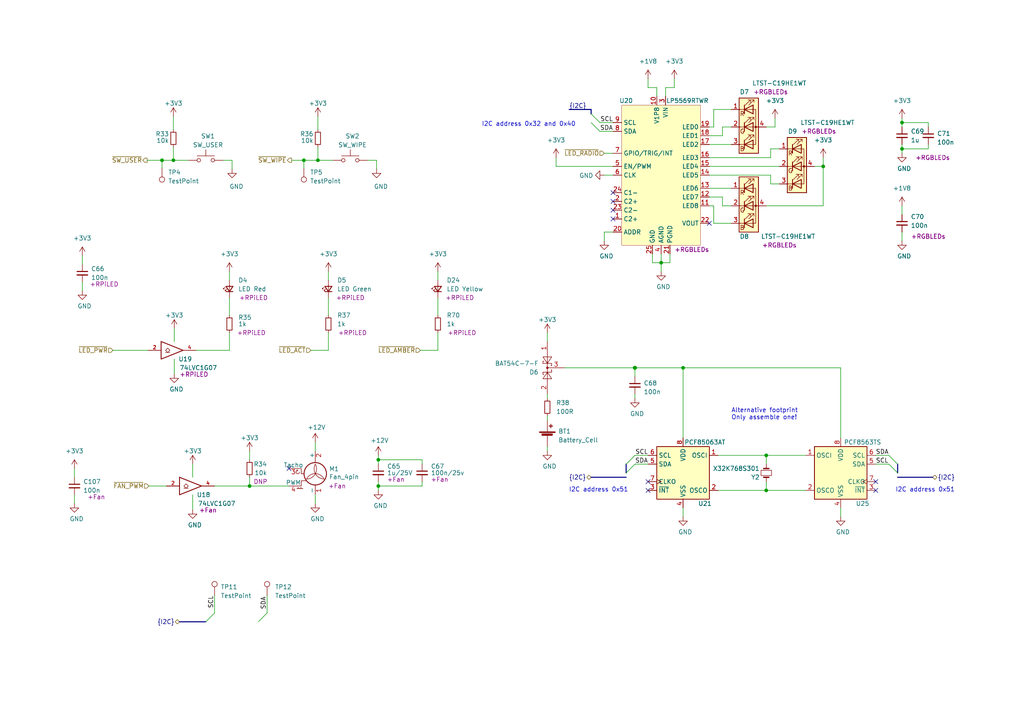
<source format=kicad_sch>
(kicad_sch (version 20210621) (generator eeschema)
  (paper "A4")
  (title_block (title "Control/RTC") (date "2021-01-12") (rev "0.1") (company "Nabu Casa") (comment 1 "www.nabucasa.com") (comment 2 "Amber"))
  (lib_symbols
    (symbol "74xGxx:74LVC1G07" (pin_names (offset 1.016))
      (property "Reference" "U" (at -2.54 3.81 0))
      (property "Value" "74LVC1G07" (at 0 -3.81 0))
      (symbol "74LVC1G07_0_1"
        (polyline (pts (xy -2.54 -0.635) (xy -1.27 -0.635)))
        (polyline (pts (xy -3.81 2.54) (xy -3.81 -2.54) (xy 2.54 0) (xy -3.81 2.54)) (stroke (width 0.254)))
        (polyline (pts (xy -1.905 0.635) (xy -2.54 0) (xy -1.905 -0.635) (xy -1.27 0) (xy -1.905 0.635)))
      )
      (symbol "74LVC1G07_1_1"
        (pin input line (at -7.62 0 0) (length 3.81) (name "~") (number "2"))
        (pin power_in line (at 0 -2.54 270) (length 0) hide (name "GND") (number "3"))
        (pin open_collector line (at 6.35 0 180) (length 3.81) (name "~") (number "4"))
        (pin power_in line (at 0 2.54 90) (length 0) hide (name "VCC") (number "5"))
      )
    )
    (symbol "Connector:TestPoint" (pin_numbers hide) (pin_names (offset 0.762) hide)
      (property "Reference" "TP" (at 0 6.858 0))
      (property "Value" "TestPoint" (at 0 5.08 0))
      (symbol "TestPoint_0_1"
        (circle (center 0 3.302) (radius 0.762))
      )
      (symbol "TestPoint_1_1"
        (pin passive line (at 0 0 90) (length 2.54) (name "1") (number "1"))
      )
    )
    (symbol "Device:Battery_Cell" (pin_numbers hide) (pin_names (offset 0) hide)
      (property "Reference" "BT" (at 2.54 2.54 0))
      (property "Value" "Battery_Cell" (at 2.54 0 0))
      (symbol "Battery_Cell_0_1"
        (rectangle (start -2.286 1.778) (end 2.286 1.524) (fill (type outline)))
        (rectangle (start -1.5748 1.1938) (end 1.4732 0.6858) (fill (type outline)))
        (polyline (pts (xy 0 0.762) (xy 0 0)))
        (polyline (pts (xy 0 1.778) (xy 0 2.54)))
        (polyline (pts (xy 0.508 3.429) (xy 1.524 3.429)) (stroke (width 0.254)))
        (polyline (pts (xy 1.016 3.937) (xy 1.016 2.921)) (stroke (width 0.254)))
      )
      (symbol "Battery_Cell_1_1"
        (pin passive line (at 0 5.08 270) (length 2.54) (name "+") (number "1"))
        (pin passive line (at 0 -2.54 90) (length 2.54) (name "-") (number "2"))
      )
    )
    (symbol "Device:C_Small" (pin_numbers hide) (pin_names (offset 0.254) hide)
      (property "Reference" "C" (at 0.254 1.778 0))
      (property "Value" "C_Small" (at 0.254 -2.032 0))
      (symbol "C_Small_0_1"
        (polyline (pts (xy -1.524 -0.508) (xy 1.524 -0.508)) (stroke (width 0.3302)))
        (polyline (pts (xy -1.524 0.508) (xy 1.524 0.508)) (stroke (width 0.3048)))
      )
      (symbol "C_Small_1_1"
        (pin passive line (at 0 2.54 270) (length 2.032) (name "~") (number "1"))
        (pin passive line (at 0 -2.54 90) (length 2.032) (name "~") (number "2"))
      )
    )
    (symbol "Device:Crystal_Small" (pin_numbers hide) (pin_names (offset 1.016) hide)
      (property "Reference" "Y" (at 0 2.54 0))
      (property "Value" "Crystal_Small" (at 0 -2.54 0))
      (symbol "Crystal_Small_0_1"
        (rectangle (start -0.762 -1.524) (end 0.762 1.524))
        (polyline (pts (xy -1.27 -0.762) (xy -1.27 0.762)) (stroke (width 0.381)))
        (polyline (pts (xy 1.27 -0.762) (xy 1.27 0.762)) (stroke (width 0.381)))
      )
      (symbol "Crystal_Small_1_1"
        (pin passive line (at -2.54 0 0) (length 1.27) (name "1") (number "1"))
        (pin passive line (at 2.54 0 180) (length 1.27) (name "2") (number "2"))
      )
    )
    (symbol "Device:LED_RGBA" (pin_names (offset 0) hide)
      (property "Reference" "D" (at 0 9.398 0))
      (property "Value" "LED_RGBA" (at 0 -8.89 0))
      (symbol "LED_RGBA_0_0"
        (text "B" (at -1.905 -6.35 0) (effects (font (size 1.27 1.27))))
        (text "G" (at -1.905 -1.27 0) (effects (font (size 1.27 1.27))))
        (text "R" (at -1.905 3.81 0) (effects (font (size 1.27 1.27))))
      )
      (symbol "LED_RGBA_0_1"
        (circle (center 2.032 0) (radius 0.254) (fill (type outline)))
        (rectangle (start 1.27 -1.27) (end 1.27 1.27))
        (rectangle (start 1.27 1.27) (end 1.27 1.27))
        (rectangle (start 1.27 3.81) (end 1.27 6.35))
        (rectangle (start 1.27 6.35) (end 1.27 6.35))
        (rectangle (start 2.794 8.382) (end -2.794 -7.62) (stroke (width 0.254)) (fill (type background)))
        (polyline (pts (xy -1.27 -5.08) (xy -2.54 -5.08)))
        (polyline (pts (xy -1.27 -5.08) (xy 1.27 -5.08)))
        (polyline (pts (xy -1.27 -3.81) (xy -1.27 -6.35)) (stroke (width 0.254)))
        (polyline (pts (xy -1.27 0) (xy -2.54 0)))
        (polyline (pts (xy -1.27 1.27) (xy -1.27 -1.27)) (stroke (width 0.254)))
        (polyline (pts (xy -1.27 5.08) (xy -2.54 5.08)))
        (polyline (pts (xy -1.27 5.08) (xy 1.27 5.08)))
        (polyline (pts (xy -1.27 6.35) (xy -1.27 3.81)) (stroke (width 0.254)))
        (polyline (pts (xy 1.27 0) (xy -1.27 0)))
        (polyline (pts (xy 1.27 0) (xy 2.54 0)))
        (polyline (pts (xy -1.27 1.27) (xy -1.27 -1.27) (xy -1.27 -1.27)))
        (polyline (pts (xy -1.27 6.35) (xy -1.27 3.81) (xy -1.27 3.81)))
        (polyline (pts (xy 1.27 -5.08) (xy 2.032 -5.08) (xy 2.032 5.08) (xy 1.27 5.08)))
        (polyline (pts (xy 1.27 -3.81) (xy 1.27 -6.35) (xy -1.27 -5.08) (xy 1.27 -3.81)) (stroke (width 0.254)))
        (polyline (pts (xy 1.27 1.27) (xy 1.27 -1.27) (xy -1.27 0) (xy 1.27 1.27)) (stroke (width 0.254)))
        (polyline (pts (xy 1.27 6.35) (xy 1.27 3.81) (xy -1.27 5.08) (xy 1.27 6.35)) (stroke (width 0.254)))
        (polyline (pts (xy -1.016 -3.81) (xy 0.508 -2.286) (xy -0.254 -2.286) (xy 0.508 -2.286) (xy 0.508 -3.048)))
        (polyline (pts (xy -1.016 1.27) (xy 0.508 2.794) (xy -0.254 2.794) (xy 0.508 2.794) (xy 0.508 2.032)))
        (polyline (pts (xy -1.016 6.35) (xy 0.508 7.874) (xy -0.254 7.874) (xy 0.508 7.874) (xy 0.508 7.112)))
        (polyline (pts (xy 0 -3.81) (xy 1.524 -2.286) (xy 0.762 -2.286) (xy 1.524 -2.286) (xy 1.524 -3.048)))
        (polyline (pts (xy 0 1.27) (xy 1.524 2.794) (xy 0.762 2.794) (xy 1.524 2.794) (xy 1.524 2.032)))
        (polyline (pts (xy 0 6.35) (xy 1.524 7.874) (xy 0.762 7.874) (xy 1.524 7.874) (xy 1.524 7.112)))
      )
      (symbol "LED_RGBA_1_1"
        (pin passive line (at -5.08 5.08 0) (length 2.54) (name "RK") (number "1"))
        (pin passive line (at -5.08 0 0) (length 2.54) (name "GK") (number "2"))
        (pin passive line (at -5.08 -5.08 0) (length 2.54) (name "BK") (number "3"))
        (pin passive line (at 5.08 0 180) (length 2.54) (name "A") (number "4"))
      )
    )
    (symbol "Device:LED_Small" (pin_numbers hide) (pin_names (offset 0.254) hide)
      (property "Reference" "D" (at -1.27 3.175 0))
      (property "Value" "LED_Small" (at -4.445 -2.54 0))
      (symbol "LED_Small_0_1"
        (polyline (pts (xy -0.762 -1.016) (xy -0.762 1.016)) (stroke (width 0.254)))
        (polyline (pts (xy 1.016 0) (xy -0.762 0)))
        (polyline (pts (xy 0.762 -1.016) (xy -0.762 0) (xy 0.762 1.016) (xy 0.762 -1.016)) (stroke (width 0.254)))
        (polyline (pts (xy 0 0.762) (xy -0.508 1.27) (xy -0.254 1.27) (xy -0.508 1.27) (xy -0.508 1.016)))
        (polyline (pts (xy 0.508 1.27) (xy 0 1.778) (xy 0.254 1.778) (xy 0 1.778) (xy 0 1.524)))
      )
      (symbol "LED_Small_1_1"
        (pin passive line (at -2.54 0 0) (length 1.778) (name "K") (number "1"))
        (pin passive line (at 2.54 0 180) (length 1.778) (name "A") (number "2"))
      )
    )
    (symbol "Device:R_Small" (pin_numbers hide) (pin_names (offset 0.254) hide)
      (property "Reference" "R" (at 0.762 0.508 0))
      (property "Value" "R_Small" (at 0.762 -1.016 0))
      (symbol "R_Small_0_1"
        (rectangle (start -0.762 1.778) (end 0.762 -1.778) (stroke (width 0.2032)))
      )
      (symbol "R_Small_1_1"
        (pin passive line (at 0 2.54 270) (length 0.762) (name "~") (number "1"))
        (pin passive line (at 0 -2.54 90) (length 0.762) (name "~") (number "2"))
      )
    )
    (symbol "Diode:BAT54C" (pin_names (offset 1.016))
      (property "Reference" "D" (at 0.635 -3.81 0))
      (property "Value" "BAT54C" (at -6.35 3.175 0))
      (symbol "BAT54C_0_1"
        (circle (center 0 0) (radius 0.254) (fill (type outline)))
        (polyline (pts (xy -1.905 0) (xy 1.905 0)))
        (polyline (pts (xy -1.905 1.27) (xy -1.905 1.016)))
        (polyline (pts (xy -1.27 -1.27) (xy -0.635 -1.27)))
        (polyline (pts (xy -1.27 0) (xy -3.81 0)))
        (polyline (pts (xy -1.27 1.27) (xy -1.905 1.27)))
        (polyline (pts (xy -1.27 1.27) (xy -1.27 -1.27)))
        (polyline (pts (xy -0.635 -1.27) (xy -0.635 -1.016)))
        (polyline (pts (xy 0.635 -1.27) (xy 0.635 -1.016)))
        (polyline (pts (xy 1.27 -1.27) (xy 0.635 -1.27)))
        (polyline (pts (xy 1.27 1.27) (xy 1.27 -1.27)))
        (polyline (pts (xy 1.27 1.27) (xy 1.905 1.27)))
        (polyline (pts (xy 1.905 1.27) (xy 1.905 1.016)))
        (polyline (pts (xy 3.81 0) (xy 1.27 0)))
        (polyline (pts (xy -3.175 -1.27) (xy -3.175 1.27) (xy -1.27 0) (xy -3.175 -1.27)))
        (polyline (pts (xy 3.175 -1.27) (xy 3.175 1.27) (xy 1.27 0) (xy 3.175 -1.27)))
      )
      (symbol "BAT54C_1_1"
        (pin passive line (at -7.62 0 0) (length 3.81) (name "~") (number "1"))
        (pin passive line (at 7.62 0 180) (length 3.81) (name "~") (number "2"))
        (pin passive line (at 0 -5.08 90) (length 5.08) (name "~") (number "3"))
      )
    )
    (symbol "Amber:LP5569"
      (property "Reference" "U" (at -10.16 21.59 0))
      (property "Value" "LP5569" (at 7.62 21.59 0))
      (symbol "LP5569_0_1"
        (rectangle (start -11.43 20.32) (end 11.43 -20.32) (stroke (width 0.0006)) (fill (type background)))
      )
      (symbol "LP5569_1_1"
        (pin input line (at -13.97 -12.7 0) (length 2.54) (name "C2+") (number "1"))
        (pin input line (at -1.27 22.86 270) (length 2.54) (name "V1P8") (number "10"))
        (pin output line (at 13.97 -8.89 180) (length 2.54) (name "LED8") (number "11"))
        (pin output line (at 13.97 -6.35 180) (length 2.54) (name "LED7") (number "12"))
        (pin output line (at 13.97 -3.81 180) (length 2.54) (name "LED6") (number "13"))
        (pin output line (at 13.97 0 180) (length 2.54) (name "LED5") (number "14"))
        (pin output line (at 13.97 2.54 180) (length 2.54) (name "LED4") (number "15"))
        (pin output line (at 13.97 5.08 180) (length 2.54) (name "LED3") (number "16"))
        (pin output line (at 13.97 8.89 180) (length 2.54) (name "LED2") (number "17"))
        (pin output line (at 13.97 11.43 180) (length 2.54) (name "LED1") (number "18"))
        (pin output line (at 13.97 13.97 180) (length 2.54) (name "LED0") (number "19"))
        (pin input line (at -13.97 -7.62 0) (length 2.54) (name "C2+") (number "2"))
        (pin input line (at -13.97 -16.51 0) (length 2.54) (name "ADDR") (number "20"))
        (pin input line (at 2.54 -22.86 90) (length 2.54) (name "PGND") (number "21"))
        (pin output line (at 13.97 -13.97 180) (length 2.54) (name "VOUT") (number "22"))
        (pin input line (at -13.97 -10.16 0) (length 2.54) (name "C2-") (number "23"))
        (pin input line (at -13.97 -5.08 0) (length 2.54) (name "C1-") (number "24"))
        (pin input line (at -2.54 -22.86 90) (length 2.54) (name "GND") (number "25"))
        (pin input line (at 1.27 22.86 270) (length 2.54) (name "VIN") (number "3"))
        (pin input line (at 0 -22.86 90) (length 2.54) (name "AGND") (number "4"))
        (pin input line (at -13.97 2.54 0) (length 2.54) (name "EN/PWM") (number "5"))
        (pin input line (at -13.97 0 0) (length 2.54) (name "CLK") (number "6"))
        (pin input line (at -13.97 6.35 0) (length 2.54) (name "GPIO/TRIG/INT") (number "7"))
        (pin bidirectional line (at -13.97 12.7 0) (length 2.54) (name "SDA") (number "8"))
        (pin input line (at -13.97 15.24 0) (length 2.54) (name "SCL") (number "9"))
      )
    )
    (symbol "Motor:Fan_4pin" (pin_names (offset 0))
      (property "Reference" "M" (at 2.54 5.08 0))
      (property "Value" "Fan_4pin" (at 2.54 -2.54 0))
      (symbol "Fan_4pin_0_0"
        (arc (start -5.588 1.524) (end -5.08 2.032) (radius (at -5.08 1.524) (length 0.508) (angles 180 90)))
        (arc (start -5.588 1.524) (end -4.572 1.524) (radius (at -5.08 1.524) (length 0.508) (angles -179.9 -0.1)))
        (polyline (pts (xy -5.08 2.032) (xy -5.334 2.159)))
        (polyline (pts (xy -5.08 2.032) (xy -5.207 1.778)))
        (polyline (pts (xy -4.064 2.54) (xy -4.064 1.016) (xy -3.302 1.016)))
      )
      (symbol "Fan_4pin_0_1"
        (arc (start 0 3.81) (end -2.54 -0.508) (radius (at -2.4892 2.3876) (length 2.8702) (angles 29.7 -91)))
        (arc (start -2.54 -0.508) (end 2.54 -0.508) (radius (at 0 -1.778) (length 2.8448) (angles 153.4 26.6)))
        (arc (start 2.54 -0.508) (end 0 3.81) (radius (at 2.6162 2.413) (length 2.921) (angles -91.5 151.9)))
        (circle (center 0 1.016) (radius 3.2512) (stroke (width 0.254)))
        (polyline (pts (xy -4.064 2.54) (xy -5.08 2.54)))
        (polyline (pts (xy 0 -5.08) (xy 0 -4.572)))
        (polyline (pts (xy 0 -2.2352) (xy 0 -2.6416)))
        (polyline (pts (xy 0 4.2672) (xy 0 4.6228)))
        (polyline (pts (xy 0 4.572) (xy 0 5.08)))
        (polyline (pts (xy -2.54 -1.016) (xy -4.064 -1.016) (xy -4.064 -2.54) (xy -5.08 -2.54)))
        (polyline (pts (xy -5.334 -3.302) (xy -5.08 -3.302) (xy -5.08 -3.048) (xy -4.826 -3.048) (xy -4.826 -3.302) (xy -4.318 -3.302) (xy -4.318 -3.048) (xy -4.064 -3.048) (xy -4.064 -3.302) (xy -3.556 -3.302)))
      )
      (symbol "Fan_4pin_1_1"
        (pin passive line (at 0 -5.08 90) (length 2.54) (name "-") (number "1"))
        (pin passive line (at 0 7.62 270) (length 2.54) (name "+") (number "2"))
        (pin passive line (at -7.62 2.54 0) (length 2.54) (name "Tacho") (number "3"))
        (pin input line (at -7.62 -2.54 0) (length 2.54) (name "PWM") (number "4"))
      )
    )
    (symbol "Switch:SW_Push" (pin_numbers hide) (pin_names (offset 1.016) hide)
      (property "Reference" "SW" (at 1.27 2.54 0))
      (property "Value" "SW_Push" (at 0 -1.524 0))
      (symbol "SW_Push_0_1"
        (circle (center -2.032 0) (radius 0.508))
        (circle (center 2.032 0) (radius 0.508))
        (polyline (pts (xy 0 1.27) (xy 0 3.048)))
        (polyline (pts (xy 2.54 1.27) (xy -2.54 1.27)))
        (pin passive line (at -5.08 0 0) (length 2.54) (name "1") (number "1"))
        (pin passive line (at 5.08 0 180) (length 2.54) (name "2") (number "2"))
      )
    )
    (symbol "Timer_RTC:PCF8563T"
      (property "Reference" "U" (at -7.62 8.89 0))
      (property "Value" "PCF8563T" (at 2.54 8.89 0))
      (symbol "PCF8563T_0_1"
        (rectangle (start -7.62 7.62) (end 7.62 -7.62) (stroke (width 0.254)) (fill (type background)))
      )
      (symbol "PCF8563T_1_1"
        (pin input line (at -10.16 5.08 0) (length 2.54) (name "OSCI") (number "1"))
        (pin output line (at -10.16 -5.08 0) (length 2.54) (name "OSCO") (number "2"))
        (pin output line (at 10.16 -5.08 180) (length 2.54) (name "~{INT}") (number "3"))
        (pin power_in line (at 0 -10.16 90) (length 2.54) (name "VSS") (number "4"))
        (pin bidirectional line (at 10.16 2.54 180) (length 2.54) (name "SDA") (number "5"))
        (pin input line (at 10.16 5.08 180) (length 2.54) (name "SCL") (number "6"))
        (pin output clock (at 10.16 -2.54 180) (length 2.54) (name "CLKO") (number "7"))
        (pin power_in line (at 0 10.16 270) (length 2.54) (name "VDD") (number "8"))
      )
    )
    (symbol "Timer_RTC:PCF8563TS"
      (property "Reference" "U" (at -7.62 8.89 0))
      (property "Value" "PCF8563TS" (at 2.54 8.89 0))
      (symbol "PCF8563TS_0_1"
        (rectangle (start -7.62 7.62) (end 7.62 -7.62) (stroke (width 0.254)) (fill (type background)))
      )
      (symbol "PCF8563TS_1_1"
        (pin input line (at -10.16 5.08 0) (length 2.54) (name "OSCI") (number "1"))
        (pin output line (at -10.16 -5.08 0) (length 2.54) (name "OSCO") (number "2"))
        (pin output line (at 10.16 -5.08 180) (length 2.54) (name "~{INT}") (number "3"))
        (pin power_in line (at 0 -10.16 90) (length 2.54) (name "VSS") (number "4"))
        (pin bidirectional line (at 10.16 2.54 180) (length 2.54) (name "SDA") (number "5"))
        (pin input line (at 10.16 5.08 180) (length 2.54) (name "SCL") (number "6"))
        (pin output clock (at 10.16 -2.54 180) (length 2.54) (name "CLKO") (number "7"))
        (pin power_in line (at 0 10.16 270) (length 2.54) (name "VDD") (number "8"))
      )
    )
    (symbol "power:+12V" (power) (pin_names (offset 0))
      (property "Value" "+12V" (at 0 3.556 0))
      (symbol "+12V_0_1"
        (polyline (pts (xy -0.762 1.27) (xy 0 2.54)))
        (polyline (pts (xy 0 0) (xy 0 2.54)))
        (polyline (pts (xy 0 2.54) (xy 0.762 1.27)))
      )
      (symbol "+12V_1_1"
        (pin power_in line (at 0 0 90) (length 0) hide (name "+12V") (number "1"))
      )
    )
    (symbol "power:+1V8" (power) (pin_names (offset 0))
      (property "Value" "+1V8" (at 0 3.556 0))
      (symbol "+1V8_0_1"
        (polyline (pts (xy -0.762 1.27) (xy 0 2.54)))
        (polyline (pts (xy 0 0) (xy 0 2.54)))
        (polyline (pts (xy 0 2.54) (xy 0.762 1.27)))
      )
      (symbol "+1V8_1_1"
        (pin power_in line (at 0 0 90) (length 0) hide (name "+1V8") (number "1"))
      )
    )
    (symbol "power:+3V3" (power) (pin_names (offset 0))
      (property "Value" "+3V3" (at 0 3.556 0))
      (symbol "+3V3_0_1"
        (polyline (pts (xy -0.762 1.27) (xy 0 2.54)))
        (polyline (pts (xy 0 0) (xy 0 2.54)))
        (polyline (pts (xy 0 2.54) (xy 0.762 1.27)))
      )
      (symbol "+3V3_1_1"
        (pin power_in line (at 0 0 90) (length 0) hide (name "+3V3") (number "1"))
      )
    )
    (symbol "power:GND" (power) (pin_names (offset 0))
      (property "Value" "GND" (at 0 -3.81 0))
      (symbol "GND_0_1"
        (polyline (pts (xy 0 0) (xy 0 -1.27) (xy 1.27 -1.27) (xy 0 -2.54) (xy -1.27 -1.27) (xy 0 -1.27)))
      )
      (symbol "GND_1_1"
        (pin power_in line (at 0 0 270) (length 0) hide (name "GND") (number "1"))
      )
    )
  )
  (junction (at 46.99 46.482) (diameter 0.9144))
  (junction (at 50.292 46.482) (diameter 0.9144))
  (junction (at 72.39 140.97) (diameter 0.9144))
  (junction (at 88.138 46.482) (diameter 0.9144))
  (junction (at 92.202 46.482) (diameter 0.9144))
  (junction (at 109.728 133.35) (diameter 0.9144))
  (junction (at 109.728 140.97) (diameter 0.9144))
  (junction (at 184.15 106.68) (diameter 1.016))
  (junction (at 191.77 76.2) (diameter 0.9144))
  (junction (at 198.12 106.68) (diameter 0.9144))
  (junction (at 222.25 132.08) (diameter 0.9144))
  (junction (at 222.25 142.24) (diameter 0.9144))
  (junction (at 238.76 48.26) (diameter 0.9144))
  (junction (at 261.62 35.56) (diameter 0.9144))
  (junction (at 261.62 43.18) (diameter 0.9144))
  (no_connect (at 83.82 135.89))
  (no_connect (at 177.8 55.88))
  (no_connect (at 177.8 58.42))
  (no_connect (at 177.8 60.96))
  (no_connect (at 177.8 63.5))
  (no_connect (at 187.96 139.7))
  (no_connect (at 187.96 142.24))
  (no_connect (at 205.74 64.77))
  (no_connect (at 254 139.7))
  (no_connect (at 254 142.24))
  (bus_entry (at 59.69 180.34) (size 2.54 -2.54) (stroke (width 0.1524)))
  (bus_entry (at 74.93 180.34) (size 2.54 -2.54) (stroke (width 0.1524)))
  (bus_entry (at 171.45 33.02) (size 2.54 2.54) (stroke (width 0.1524)))
  (bus_entry (at 171.45 35.56) (size 2.54 2.54) (stroke (width 0.1524)))
  (bus_entry (at 181.61 134.62) (size 2.54 -2.54) (stroke (width 0.1524)))
  (bus_entry (at 181.61 137.16) (size 2.54 -2.54) (stroke (width 0.1524)))
  (bus_entry (at 260.35 134.62) (size -2.54 -2.54) (stroke (width 0.1524)))
  (bus_entry (at 260.35 137.16) (size -2.54 -2.54) (stroke (width 0.1524)))
  (wire (pts (xy 21.59 135.89) (xy 21.59 138.43)))
  (wire (pts (xy 21.59 143.51) (xy 21.59 146.05)))
  (wire (pts (xy 23.876 74.168) (xy 23.876 76.708)))
  (wire (pts (xy 23.876 81.788) (xy 23.876 84.328)))
  (wire (pts (xy 32.766 101.6) (xy 42.926 101.6)))
  (wire (pts (xy 42.672 46.482) (xy 46.99 46.482)))
  (wire (pts (xy 43.18 140.97) (xy 48.26 140.97)))
  (wire (pts (xy 46.99 46.482) (xy 46.99 48.768)))
  (wire (pts (xy 46.99 46.482) (xy 50.292 46.482)))
  (wire (pts (xy 50.292 37.592) (xy 50.292 33.782)))
  (wire (pts (xy 50.292 42.672) (xy 50.292 46.482)))
  (wire (pts (xy 50.292 46.482) (xy 54.61 46.482)))
  (wire (pts (xy 50.546 95.25) (xy 50.546 99.06)))
  (wire (pts (xy 50.546 104.14) (xy 50.546 108.458)))
  (wire (pts (xy 55.88 134.62) (xy 55.88 138.43)))
  (wire (pts (xy 55.88 143.51) (xy 55.88 147.828)))
  (wire (pts (xy 56.896 101.6) (xy 66.548 101.6)))
  (wire (pts (xy 62.23 140.97) (xy 72.39 140.97)))
  (wire (pts (xy 62.23 172.72) (xy 62.23 177.8)))
  (wire (pts (xy 64.77 46.482) (xy 67.31 46.482)))
  (wire (pts (xy 66.548 78.74) (xy 66.548 81.28)))
  (wire (pts (xy 66.548 86.36) (xy 66.548 91.44)))
  (wire (pts (xy 66.548 101.6) (xy 66.548 96.52)))
  (wire (pts (xy 67.31 46.482) (xy 67.31 49.022)))
  (wire (pts (xy 72.39 133.35) (xy 72.39 130.81)))
  (wire (pts (xy 72.39 138.43) (xy 72.39 140.97)))
  (wire (pts (xy 72.39 140.97) (xy 83.82 140.97)))
  (wire (pts (xy 77.47 172.72) (xy 77.47 177.8)))
  (wire (pts (xy 84.582 46.482) (xy 88.138 46.482)))
  (wire (pts (xy 88.138 46.482) (xy 88.138 48.768)))
  (wire (pts (xy 88.138 46.482) (xy 92.202 46.482)))
  (wire (pts (xy 90.17 101.6) (xy 95.25 101.6)))
  (wire (pts (xy 91.44 128.27) (xy 91.44 130.81)))
  (wire (pts (xy 91.44 143.51) (xy 91.44 146.05)))
  (wire (pts (xy 92.202 37.592) (xy 92.202 33.782)))
  (wire (pts (xy 92.202 42.672) (xy 92.202 46.482)))
  (wire (pts (xy 92.202 46.482) (xy 96.52 46.482)))
  (wire (pts (xy 95.25 78.74) (xy 95.25 81.28)))
  (wire (pts (xy 95.25 86.36) (xy 95.25 91.44)))
  (wire (pts (xy 95.25 96.52) (xy 95.25 101.6)))
  (wire (pts (xy 106.68 46.482) (xy 109.22 46.482)))
  (wire (pts (xy 109.22 46.482) (xy 109.22 49.022)))
  (wire (pts (xy 109.728 132.08) (xy 109.728 133.35)))
  (wire (pts (xy 109.728 133.35) (xy 109.728 134.62)))
  (wire (pts (xy 109.728 133.35) (xy 122.428 133.35)))
  (wire (pts (xy 109.728 139.7) (xy 109.728 140.97)))
  (wire (pts (xy 109.728 140.97) (xy 109.728 142.24)))
  (wire (pts (xy 109.728 140.97) (xy 122.428 140.97)))
  (wire (pts (xy 121.92 101.6) (xy 127 101.6)))
  (wire (pts (xy 122.428 134.62) (xy 122.428 133.35)))
  (wire (pts (xy 122.428 139.7) (xy 122.428 140.97)))
  (wire (pts (xy 127 78.74) (xy 127 81.28)))
  (wire (pts (xy 127 86.36) (xy 127 91.44)))
  (wire (pts (xy 127 96.52) (xy 127 101.6)))
  (wire (pts (xy 158.75 96.52) (xy 158.75 99.06)))
  (wire (pts (xy 158.75 114.3) (xy 158.75 115.57)))
  (wire (pts (xy 158.75 120.65) (xy 158.75 121.92)))
  (wire (pts (xy 158.75 129.54) (xy 158.75 130.81)))
  (wire (pts (xy 161.29 45.72) (xy 161.29 48.26)))
  (wire (pts (xy 161.29 48.26) (xy 177.8 48.26)))
  (wire (pts (xy 163.83 106.68) (xy 184.15 106.68)))
  (wire (pts (xy 175.26 44.45) (xy 177.8 44.45)))
  (wire (pts (xy 175.26 50.8) (xy 177.8 50.8)))
  (wire (pts (xy 175.26 67.31) (xy 177.8 67.31)))
  (wire (pts (xy 175.26 69.85) (xy 175.26 67.31)))
  (wire (pts (xy 177.8 35.56) (xy 173.99 35.56)))
  (wire (pts (xy 177.8 38.1) (xy 173.99 38.1)))
  (wire (pts (xy 184.15 106.68) (xy 184.15 109.22)))
  (wire (pts (xy 184.15 106.68) (xy 198.12 106.68)))
  (wire (pts (xy 184.15 114.3) (xy 184.15 115.57)))
  (wire (pts (xy 187.96 22.86) (xy 187.96 25.4)))
  (wire (pts (xy 187.96 25.4) (xy 190.5 25.4)))
  (wire (pts (xy 187.96 132.08) (xy 184.15 132.08)))
  (wire (pts (xy 187.96 134.62) (xy 184.15 134.62)))
  (wire (pts (xy 189.23 73.66) (xy 189.23 76.2)))
  (wire (pts (xy 189.23 76.2) (xy 191.77 76.2)))
  (wire (pts (xy 190.5 25.4) (xy 190.5 27.94)))
  (wire (pts (xy 191.77 73.66) (xy 191.77 76.2)))
  (wire (pts (xy 191.77 76.2) (xy 191.77 78.74)))
  (wire (pts (xy 191.77 76.2) (xy 194.31 76.2)))
  (wire (pts (xy 193.04 25.4) (xy 193.04 27.94)))
  (wire (pts (xy 194.31 76.2) (xy 194.31 73.66)))
  (wire (pts (xy 195.58 22.86) (xy 195.58 25.4)))
  (wire (pts (xy 195.58 25.4) (xy 193.04 25.4)))
  (wire (pts (xy 198.12 106.68) (xy 198.12 127)))
  (wire (pts (xy 198.12 147.32) (xy 198.12 149.86)))
  (wire (pts (xy 205.74 36.83) (xy 207.01 36.83)))
  (wire (pts (xy 205.74 39.37) (xy 209.55 39.37)))
  (wire (pts (xy 205.74 41.91) (xy 212.09 41.91)))
  (wire (pts (xy 205.74 45.72) (xy 223.52 45.72)))
  (wire (pts (xy 205.74 48.26) (xy 226.06 48.26)))
  (wire (pts (xy 205.74 50.8) (xy 223.52 50.8)))
  (wire (pts (xy 205.74 54.61) (xy 212.09 54.61)))
  (wire (pts (xy 205.74 57.15) (xy 209.55 57.15)))
  (wire (pts (xy 205.74 59.69) (xy 207.01 59.69)))
  (wire (pts (xy 207.01 31.75) (xy 212.09 31.75)))
  (wire (pts (xy 207.01 36.83) (xy 207.01 31.75)))
  (wire (pts (xy 207.01 59.69) (xy 207.01 64.77)))
  (wire (pts (xy 207.01 64.77) (xy 212.09 64.77)))
  (wire (pts (xy 208.28 132.08) (xy 222.25 132.08)))
  (wire (pts (xy 208.28 142.24) (xy 222.25 142.24)))
  (wire (pts (xy 209.55 36.83) (xy 212.09 36.83)))
  (wire (pts (xy 209.55 39.37) (xy 209.55 36.83)))
  (wire (pts (xy 209.55 57.15) (xy 209.55 59.69)))
  (wire (pts (xy 209.55 59.69) (xy 212.09 59.69)))
  (wire (pts (xy 222.25 36.83) (xy 224.79 36.83)))
  (wire (pts (xy 222.25 59.69) (xy 238.76 59.69)))
  (wire (pts (xy 222.25 132.08) (xy 233.68 132.08)))
  (wire (pts (xy 222.25 134.62) (xy 222.25 132.08)))
  (wire (pts (xy 222.25 139.7) (xy 222.25 142.24)))
  (wire (pts (xy 222.25 142.24) (xy 233.68 142.24)))
  (wire (pts (xy 223.52 43.18) (xy 226.06 43.18)))
  (wire (pts (xy 223.52 45.72) (xy 223.52 43.18)))
  (wire (pts (xy 223.52 50.8) (xy 223.52 53.34)))
  (wire (pts (xy 223.52 53.34) (xy 226.06 53.34)))
  (wire (pts (xy 224.79 34.29) (xy 224.79 36.83)))
  (wire (pts (xy 236.22 48.26) (xy 238.76 48.26)))
  (wire (pts (xy 238.76 48.26) (xy 238.76 45.72)))
  (wire (pts (xy 238.76 59.69) (xy 238.76 48.26)))
  (wire (pts (xy 243.84 106.68) (xy 198.12 106.68)))
  (wire (pts (xy 243.84 127) (xy 243.84 106.68)))
  (wire (pts (xy 243.84 147.32) (xy 243.84 149.86)))
  (wire (pts (xy 254 132.08) (xy 257.81 132.08)))
  (wire (pts (xy 254 134.62) (xy 257.81 134.62)))
  (wire (pts (xy 261.62 34.29) (xy 261.62 35.56)))
  (wire (pts (xy 261.62 35.56) (xy 261.62 36.83)))
  (wire (pts (xy 261.62 41.91) (xy 261.62 43.18)))
  (wire (pts (xy 261.62 43.18) (xy 261.62 44.45)))
  (wire (pts (xy 261.62 43.18) (xy 269.24 43.18)))
  (wire (pts (xy 261.62 59.69) (xy 261.62 62.23)))
  (wire (pts (xy 261.62 67.31) (xy 261.62 69.85)))
  (wire (pts (xy 269.24 35.56) (xy 261.62 35.56)))
  (wire (pts (xy 269.24 36.83) (xy 269.24 35.56)))
  (wire (pts (xy 269.24 41.91) (xy 269.24 43.18)))
  (bus (pts (xy 52.07 180.34) (xy 74.93 180.34)))
  (bus (pts (xy 165.1 31.75) (xy 171.45 31.75)))
  (bus (pts (xy 171.45 31.75) (xy 171.45 35.56)))
  (bus (pts (xy 181.61 134.62) (xy 181.61 138.43)))
  (bus (pts (xy 181.61 138.43) (xy 171.45 138.43)))
  (bus (pts (xy 260.35 134.62) (xy 260.35 138.43)))
  (bus (pts (xy 260.35 138.43) (xy 270.51 138.43)))
  (text "I2C address 0x32 and 0x40" (at 139.7 36.83 0) (effects (font (size 1.27 1.27)) (justify left bottom)))
  (text "I2C address 0x51" (at 182.245 142.875 180) (effects (font (size 1.27 1.27)) (justify right bottom)))
  (text "Alternative footprint\nOnly assemble one!" (at 212.09 121.92 0) (effects (font (size 1.27 1.27)) (justify left bottom)))
  (text "I2C address 0x51" (at 259.715 142.875 0) (effects (font (size 1.27 1.27)) (justify left bottom)))
  (label "SCL" (at 62.23 172.72 270))
  (label "SDA" (at 77.47 172.974 270))
  (label "{I2C}" (at 165.1 31.75 0))
  (label "SCL" (at 177.8 35.56 180))
  (label "SDA" (at 177.8 38.1 180))
  (label "SCL" (at 187.96 132.08 180))
  (label "SDA" (at 187.96 134.62 180))
  (label "SDA" (at 254 132.08 0))
  (label "SCL" (at 254 134.62 0))
  (hierarchical_label "~{LED_PWR}" (shape input) (at 32.766 101.6 180))
  (hierarchical_label "~{SW_USER}" (shape output) (at 42.672 46.482 180))
  (hierarchical_label "~{FAN_PWM}" (shape input) (at 43.18 140.97 180))
  (hierarchical_label "{I2C}" (shape bidirectional) (at 52.07 180.34 180))
  (hierarchical_label "~{SW_WIPE}" (shape output) (at 84.582 46.482 180))
  (hierarchical_label "~{LED_ACT}" (shape input) (at 90.17 101.6 180))
  (hierarchical_label "~{LED_AMBER}" (shape input) (at 121.92 101.6 180))
  (hierarchical_label "{I2C}" (shape bidirectional) (at 171.45 138.43 180))
  (hierarchical_label "~{LED_RADIO}" (shape input) (at 175.26 44.45 180))
  (hierarchical_label "{I2C}" (shape bidirectional) (at 270.51 138.43 0))
  (symbol (lib_id "power:+3V3") (at 21.59 135.89 0) (unit 1)
    (property "Reference" "#PWR027" (effects hide))
    (property "Value" "+3V3" (at 21.59 130.81 0))
  )
  (symbol (lib_id "power:+3V3") (at 23.876 74.168 0) (unit 1)
    (property "Reference" "#PWR0129" (effects hide))
    (property "Value" "+3V3" (at 23.876 69.088 0))
  )
  (symbol (lib_id "power:+3V3") (at 50.292 33.782 0) (unit 1)
    (property "Reference" "#PWR0114" (effects hide))
    (property "Value" "+3V3" (at 50.292 29.972 0))
  )
  (symbol (lib_id "power:+3V3") (at 50.546 95.25 0) (unit 1)
    (property "Reference" "#PWR0117" (effects hide))
    (property "Value" "+3V3" (at 50.546 91.44 0))
  )
  (symbol (lib_id "power:+3V3") (at 55.88 134.62 0) (unit 1)
    (property "Reference" "#PWR0115" (effects hide))
    (property "Value" "+3V3" (at 55.88 130.81 0))
  )
  (symbol (lib_id "power:+3V3") (at 66.548 78.74 0) (unit 1)
    (property "Reference" "#PWR0121" (effects hide))
    (property "Value" "+3V3" (at 66.548 73.66 0))
  )
  (symbol (lib_id "power:+3V3") (at 72.39 130.81 0) (unit 1)
    (property "Reference" "#PWR0120" (effects hide))
    (property "Value" "+3V3" (at 72.39 127 0))
  )
  (symbol (lib_id "power:+12V") (at 91.44 128.27 0) (unit 1)
    (property "Reference" "#PWR0123" (effects hide))
    (property "Value" "+12V" (at 91.8083 123.9456 0))
  )
  (symbol (lib_id "power:+3V3") (at 92.202 33.782 0) (unit 1)
    (property "Reference" "#PWR0122" (effects hide))
    (property "Value" "+3V3" (at 92.202 29.972 0))
  )
  (symbol (lib_id "power:+3V3") (at 95.25 78.74 0) (unit 1)
    (property "Reference" "#PWR0128" (effects hide))
    (property "Value" "+3V3" (at 95.25 73.66 0))
  )
  (symbol (lib_id "power:+12V") (at 109.728 132.08 0) (unit 1)
    (property "Reference" "#PWR0126" (effects hide))
    (property "Value" "+12V" (at 110.0963 127.7556 0))
  )
  (symbol (lib_id "power:+3V3") (at 127 78.74 0) (unit 1)
    (property "Reference" "#PWR0204" (effects hide))
    (property "Value" "+3V3" (at 127 73.66 0))
  )
  (symbol (lib_id "power:+3V3") (at 158.75 96.52 0) (unit 1)
    (property "Reference" "#PWR0136" (effects hide))
    (property "Value" "+3V3" (at 158.75 92.71 0))
  )
  (symbol (lib_id "power:+3V3") (at 161.29 45.72 0) (unit 1)
    (property "Reference" "#PWR0131" (effects hide))
    (property "Value" "+3V3" (at 161.29 40.64 0))
  )
  (symbol (lib_id "power:+1V8") (at 187.96 22.86 0) (unit 1)
    (property "Reference" "#PWR0134" (effects hide))
    (property "Value" "+1V8" (at 187.96 17.78 0))
  )
  (symbol (lib_id "power:+3V3") (at 195.58 22.86 0) (unit 1)
    (property "Reference" "#PWR0138" (effects hide))
    (property "Value" "+3V3" (at 195.58 17.78 0))
  )
  (symbol (lib_id "power:+3V3") (at 224.79 34.29 0) (unit 1)
    (property "Reference" "#PWR0140" (effects hide))
    (property "Value" "+3V3" (at 224.79 29.21 0))
  )
  (symbol (lib_id "power:+3V3") (at 238.76 45.72 0) (unit 1)
    (property "Reference" "#PWR0142" (effects hide))
    (property "Value" "+3V3" (at 238.76 40.64 0))
  )
  (symbol (lib_id "power:+3V3") (at 261.62 34.29 0) (unit 1)
    (property "Reference" "#PWR0143" (effects hide))
    (property "Value" "+3V3" (at 261.62 29.21 0))
  )
  (symbol (lib_id "power:+1V8") (at 261.62 59.69 0) (unit 1)
    (property "Reference" "#PWR0145" (effects hide))
    (property "Value" "+1V8" (at 261.62 54.61 0))
  )
  (symbol (lib_id "Connector:TestPoint") (at 46.99 48.768 180) (unit 1)
    (property "Reference" "TP4" (at 48.768 49.9744 0) (effects (justify right)))
    (property "Value" "TestPoint" (at 48.768 52.5144 0) (effects (justify right)))
    (property "Footprint" "TestPoint:TestPoint_Pad_D1.0mm" (effects hide))
  )
  (symbol (lib_id "Connector:TestPoint") (at 62.23 172.72 0) (unit 1)
    (property "Reference" "TP11" (at 64.008 170.2434 0) (effects (justify left)))
    (property "Value" "TestPoint" (at 64.008 172.7834 0) (effects (justify left)))
    (property "Footprint" "TestPoint:TestPoint_Pad_D1.0mm" (effects hide))
  )
  (symbol (lib_id "Connector:TestPoint") (at 77.47 172.72 0) (unit 1)
    (property "Reference" "TP12" (at 79.756 170.2434 0) (effects (justify left)))
    (property "Value" "TestPoint" (at 79.756 172.7834 0) (effects (justify left)))
    (property "Footprint" "TestPoint:TestPoint_Pad_D1.0mm" (effects hide))
  )
  (symbol (lib_id "Connector:TestPoint") (at 88.138 48.768 180) (unit 1)
    (property "Reference" "TP5" (at 89.916 49.9744 0) (effects (justify right)))
    (property "Value" "TestPoint" (at 89.916 52.5144 0) (effects (justify right)))
    (property "Footprint" "TestPoint:TestPoint_Pad_D1.0mm" (effects hide))
  )
  (symbol (lib_id "power:GND") (at 21.59 146.05 0) (unit 1)
    (property "Reference" "#PWR0196" (effects hide))
    (property "Value" "GND" (at 22.225 150.495 0))
  )
  (symbol (lib_id "power:GND") (at 23.876 84.328 0) (unit 1)
    (property "Reference" "#PWR0130" (effects hide))
    (property "Value" "GND" (at 24.511 88.773 0))
  )
  (symbol (lib_id "power:GND") (at 50.546 108.458 0) (unit 1)
    (property "Reference" "#PWR0118" (effects hide))
    (property "Value" "GND" (at 51.181 112.903 0))
  )
  (symbol (lib_id "power:GND") (at 55.88 147.828 0) (unit 1)
    (property "Reference" "#PWR0116" (effects hide))
    (property "Value" "GND" (at 56.515 152.273 0))
  )
  (symbol (lib_id "power:GND") (at 67.31 49.022 0) (unit 1)
    (property "Reference" "#PWR0119" (effects hide))
    (property "Value" "GND" (at 68.58 54.102 0))
  )
  (symbol (lib_id "power:GND") (at 91.44 146.05 0) (unit 1)
    (property "Reference" "#PWR0124" (effects hide))
    (property "Value" "GND" (at 92.075 150.495 0))
  )
  (symbol (lib_id "power:GND") (at 109.22 49.022 0) (unit 1)
    (property "Reference" "#PWR0125" (effects hide))
    (property "Value" "GND" (at 110.49 54.102 0))
  )
  (symbol (lib_id "power:GND") (at 109.728 142.24 0) (unit 1)
    (property "Reference" "#PWR0127" (effects hide))
    (property "Value" "GND" (at 110.363 146.685 0))
  )
  (symbol (lib_id "power:GND") (at 158.75 130.81 0) (unit 1)
    (property "Reference" "#PWR0137" (effects hide))
    (property "Value" "GND" (at 159.385 135.255 0))
  )
  (symbol (lib_id "power:GND") (at 175.26 50.8 270) (unit 1)
    (property "Reference" "#PWR0132" (effects hide))
    (property "Value" "GND" (at 172.085 50.9143 90) (effects (justify right)))
  )
  (symbol (lib_id "power:GND") (at 175.26 69.85 0) (unit 1)
    (property "Reference" "#PWR0133" (effects hide))
    (property "Value" "GND" (at 175.895 74.295 0))
  )
  (symbol (lib_id "power:GND") (at 184.15 115.57 0) (unit 1)
    (property "Reference" "#PWR0139" (effects hide))
    (property "Value" "GND" (at 184.785 120.015 0))
  )
  (symbol (lib_id "power:GND") (at 191.77 78.74 0) (unit 1)
    (property "Reference" "#PWR0135" (effects hide))
    (property "Value" "GND" (at 192.405 83.185 0))
  )
  (symbol (lib_id "power:GND") (at 198.12 149.86 0) (unit 1)
    (property "Reference" "#PWR0141" (effects hide))
    (property "Value" "GND" (at 198.755 154.305 0))
  )
  (symbol (lib_id "power:GND") (at 243.84 149.86 0) (unit 1)
    (property "Reference" "#PWR0203" (effects hide))
    (property "Value" "GND" (at 244.475 154.305 0))
  )
  (symbol (lib_id "power:GND") (at 261.62 44.45 0) (unit 1)
    (property "Reference" "#PWR0144" (effects hide))
    (property "Value" "GND" (at 262.255 48.895 0))
  )
  (symbol (lib_id "power:GND") (at 261.62 69.85 0) (unit 1)
    (property "Reference" "#PWR0146" (effects hide))
    (property "Value" "GND" (at 262.255 74.295 0))
  )
  (symbol (lib_id "Device:R_Small") (at 50.292 40.132 180) (unit 1)
    (property "Reference" "R33" (at 49.022 38.862 0) (effects (justify left)))
    (property "Value" "10k" (at 49.022 40.767 0) (effects (justify left)))
    (property "Footprint" "Resistor_SMD:R_0402_1005Metric" (effects hide))
  )
  (symbol (lib_id "Device:R_Small") (at 66.548 93.98 0) (unit 1)
    (property "Reference" "R35" (at 69.088 92.075 0) (effects (justify left)))
    (property "Value" "1k" (at 69.088 93.98 0) (effects (justify left)))
    (property "Footprint" "Resistor_SMD:R_0402_1005Metric" (effects hide))
    (property "Config" "+RPiLED" (at 72.898 96.52 0))
  )
  (symbol (lib_id "Device:R_Small") (at 72.39 135.89 180) (unit 1)
    (property "Reference" "R34" (at 77.47 134.62 0) (effects (justify left)))
    (property "Value" "10k" (at 77.47 137.16 0) (effects (justify left)))
    (property "Footprint" "Resistor_SMD:R_0402_1005Metric" (effects hide))
    (property "Config" "DNP" (at 75.565 139.7 0))
  )
  (symbol (lib_id "Device:R_Small") (at 92.202 40.132 180) (unit 1)
    (property "Reference" "R36" (at 90.932 38.862 0) (effects (justify left)))
    (property "Value" "10k" (at 90.932 40.767 0) (effects (justify left)))
    (property "Footprint" "Resistor_SMD:R_0402_1005Metric" (effects hide))
  )
  (symbol (lib_id "Device:R_Small") (at 95.25 93.98 0) (unit 1)
    (property "Reference" "R37" (at 97.79 91.44 0) (effects (justify left)))
    (property "Value" "1k" (at 97.79 93.98 0) (effects (justify left)))
    (property "Footprint" "Resistor_SMD:R_0402_1005Metric" (effects hide))
    (property "Config" "+RPiLED" (at 102.235 96.52 0))
  )
  (symbol (lib_id "Device:R_Small") (at 127 93.98 0) (unit 1)
    (property "Reference" "R70" (at 129.54 91.44 0) (effects (justify left)))
    (property "Value" "1k" (at 129.54 93.98 0) (effects (justify left)))
    (property "Footprint" "Resistor_SMD:R_0402_1005Metric" (effects hide))
    (property "Config" "+RPiLED" (at 133.985 96.52 0))
  )
  (symbol (lib_id "Device:R_Small") (at 158.75 118.11 0) (unit 1)
    (property "Reference" "R38" (at 161.29 116.84 0) (effects (justify left)))
    (property "Value" "100R" (at 161.29 119.38 0) (effects (justify left)))
    (property "Footprint" "Resistor_SMD:R_0402_1005Metric" (effects hide))
  )
  (symbol (lib_id "Device:LED_Small") (at 66.548 83.82 90) (unit 1)
    (property "Reference" "D4" (at 69.088 81.28 90) (effects (justify right)))
    (property "Value" "LED Red" (at 69.088 83.82 90) (effects (justify right)))
    (property "Footprint" "LED_SMD:LED_0603_1608Metric" (effects hide))
    (property "Datasheet" "https://datasheet.lcsc.com/lcsc/1811101510_Everlight-Elec-19-217-R6C-AL1M2VY-3T_C72044.pdf" (effects hide))
    (property "Manufacturer" "Everlight Elec" (effects hide))
    (property "PartNumber" "19-217/R6C-AL1M2VY/3T" (effects hide))
    (property "Config" "+RPiLED" (at 73.533 86.36 90))
  )
  (symbol (lib_id "Device:LED_Small") (at 95.25 83.82 90) (unit 1)
    (property "Reference" "D5" (at 97.79 81.28 90) (effects (justify right)))
    (property "Value" "LED Green" (at 97.79 83.82 90) (effects (justify right)))
    (property "Footprint" "LED_SMD:LED_0603_1608Metric" (effects hide))
    (property "Datasheet" "https://datasheet.lcsc.com/lcsc/1811101510_Everlight-Elec-19-217-GHC-YR1S2-3T_C72043.pdf" (effects hide))
    (property "Manufacturer" "Everlight Elec" (effects hide))
    (property "PartNumber" "19-217/GHC-YR1S2/3T" (effects hide))
    (property "Config" "+RPiLED" (at 101.6 86.36 90))
  )
  (symbol (lib_id "Device:LED_Small") (at 127 83.82 90) (unit 1)
    (property "Reference" "D24" (at 129.54 81.28 90) (effects (justify right)))
    (property "Value" "LED Yellow" (at 129.54 83.82 90) (effects (justify right)))
    (property "Footprint" "LED_SMD:LED_0603_1608Metric" (effects hide))
    (property "Datasheet" "https://datasheet.lcsc.com/lcsc/1810101813_Everlight-Elec-19-213-Y2C-CQ2R2L-3T-CY_C72038.pdf" (effects hide))
    (property "Manufacturer" "Everlight Elec" (effects hide))
    (property "PartNumber" "19-213/Y2C-CQ2R2L/3T(CY)" (effects hide))
    (property "Config" "+RPiLED" (at 133.35 86.36 90))
  )
  (symbol (lib_id "Device:Crystal_Small") (at 222.25 137.16 270) (unit 1)
    (property "Reference" "Y2" (at 220.345 138.43 90) (effects (justify right)))
    (property "Value" "X32K768S301" (at 220.345 135.89 90) (effects (justify right)))
    (property "Footprint" "Crystal:Crystal_SMD_3215-2Pin_3.2x1.5mm" (effects hide))
    (property "Manufacturer" "Epson" (effects hide))
    (property "PartNumber" "FC-135 32.7680KA-A3" (effects hide))
  )
  (symbol (lib_id "Device:C_Small") (at 21.59 140.97 0) (unit 1)
    (property "Reference" "C107" (at 24.13 139.7 0) (effects (justify left)))
    (property "Value" "100n" (at 24.13 142.24 0) (effects (justify left)))
    (property "Footprint" "Capacitor_SMD:C_0402_1005Metric" (effects hide))
    (property "Config" "+Fan" (at 27.94 144.145 0))
  )
  (symbol (lib_id "Device:C_Small") (at 23.876 79.248 0) (unit 1)
    (property "Reference" "C66" (at 26.416 77.978 0) (effects (justify left)))
    (property "Value" "100n" (at 26.416 80.518 0) (effects (justify left)))
    (property "Footprint" "Capacitor_SMD:C_0402_1005Metric" (effects hide))
    (property "Config" "+RPiLED" (at 30.226 82.423 0))
  )
  (symbol (lib_id "Device:C_Small") (at 109.728 137.16 0) (unit 1)
    (property "Reference" "C65" (at 112.268 135.255 0) (effects (justify left)))
    (property "Value" "1u/25V" (at 112.268 137.16 0) (effects (justify left)))
    (property "Footprint" "Capacitor_SMD:C_0402_1005Metric" (effects hide))
    (property "Config" "+Fan" (at 114.808 139.065 0))
  )
  (symbol (lib_id "Device:C_Small") (at 122.428 137.16 0) (unit 1)
    (property "Reference" "C67" (at 124.968 135.255 0) (effects (justify left)))
    (property "Value" "100n/25v" (at 124.968 137.16 0) (effects (justify left)))
    (property "Footprint" "Capacitor_SMD:C_0402_1005Metric" (effects hide))
    (property "Config" "+Fan" (at 127.508 139.065 0))
  )
  (symbol (lib_id "Device:C_Small") (at 184.15 111.76 0) (unit 1)
    (property "Reference" "C68" (at 186.69 111.125 0) (effects (justify left)))
    (property "Value" "100n" (at 186.69 113.665 0) (effects (justify left)))
    (property "Footprint" "Capacitor_SMD:C_0402_1005Metric" (effects hide))
  )
  (symbol (lib_id "Device:C_Small") (at 261.62 39.37 0) (unit 1)
    (property "Reference" "C69" (at 264.16 38.1 0) (effects (justify left)))
    (property "Value" "1u" (at 264.16 40.64 0) (effects (justify left)))
    (property "Footprint" "Capacitor_SMD:C_0402_1005Metric" (effects hide))
    (property "Config" "+RGBLEDs" (at 270.51 45.72 0))
  )
  (symbol (lib_id "Device:C_Small") (at 261.62 64.77 0) (unit 1)
    (property "Reference" "C70" (at 264.16 62.865 0) (effects (justify left)))
    (property "Value" "100n" (at 264.16 65.405 0) (effects (justify left)))
    (property "Footprint" "Capacitor_SMD:C_0402_1005Metric" (effects hide))
    (property "Config" "+RGBLEDs" (at 269.24 68.58 0))
  )
  (symbol (lib_id "Device:C_Small") (at 269.24 39.37 0) (unit 1)
    (property "Reference" "C71" (at 271.78 38.735 0) (effects (justify left)))
    (property "Value" "100n" (at 271.78 41.275 0) (effects (justify left)))
    (property "Footprint" "Capacitor_SMD:C_0402_1005Metric" (effects hide))
    (property "Config" "+RGBLEDs" (effects hide))
  )
  (symbol (lib_id "Device:Battery_Cell") (at 158.75 127 0) (unit 1)
    (property "Reference" "BT1" (at 161.925 125.095 0) (effects (justify left)))
    (property "Value" "Battery_Cell" (at 161.925 127.635 0) (effects (justify left)))
    (property "Footprint" "Battery:BatteryHolder_Keystone_1060_1x2032" (effects hide))
    (property "Manufacturer" "Keystone" (effects hide))
    (property "PartNumber" "1060" (effects hide))
  )
  (symbol (lib_id "Switch:SW_Push") (at 59.69 46.482 0) (unit 1)
    (property "Reference" "SW1" (at 60.325 39.497 0))
    (property "Value" "SW_USER" (at 60.325 42.037 0))
    (property "Footprint" "Button_Switch_THT:SW_Tactile_SPST_Angled_PTS645Vx83-2LFS" (effects hide))
    (property "Manufacturer" "C&K" (effects hide))
    (property "PartNumber" "PTS645VM83-2 LFS" (effects hide))
  )
  (symbol (lib_id "Switch:SW_Push") (at 101.6 46.482 0) (unit 1)
    (property "Reference" "SW2" (at 102.235 39.497 0))
    (property "Value" "SW_WIPE" (at 102.235 42.037 0))
    (property "Footprint" "Button_Switch_THT:SW_Tactile_SPST_Angled_PTS645Vx58-2LFS" (effects hide))
    (property "Manufacturer" "C&K" (effects hide))
    (property "PartNumber" "PTS645VK58-2 LFS" (effects hide))
  )
  (symbol (lib_id "74xGxx:74LVC1G07") (at 50.546 101.6 0) (unit 1)
    (property "Reference" "U19" (at 53.721 104.14 0))
    (property "Value" "74LVC1G07" (at 57.531 106.68 0))
    (property "Footprint" "Package_TO_SOT_SMD:SOT-353_SC-70-5" (effects hide))
    (property "Datasheet" "http://www.ti.com/lit/sg/scyt129e/scyt129e.pdf" (effects hide))
    (property "Manufacturer" "NXP USA" (effects hide))
    (property "PartNumber" "74LVC1G07GW" (effects hide))
    (property "Config" "+RPiLED" (at 56.261 108.585 0))
  )
  (symbol (lib_id "74xGxx:74LVC1G07") (at 55.88 140.97 0) (unit 1)
    (property "Reference" "U18" (at 59.055 143.51 0))
    (property "Value" "74LVC1G07" (at 62.865 146.05 0))
    (property "Footprint" "Package_TO_SOT_SMD:SOT-353_SC-70-5" (effects hide))
    (property "Datasheet" "http://www.ti.com/lit/sg/scyt129e/scyt129e.pdf" (effects hide))
    (property "Manufacturer" "NXP USA" (effects hide))
    (property "PartNumber" "74LVC1G07GW" (effects hide))
    (property "Config" "+Fan" (at 60.325 147.955 0))
  )
  (symbol (lib_id "Diode:BAT54C") (at 158.75 106.68 90) (mirror x) (unit 1)
    (property "Reference" "D6" (at 156.21 107.95 90) (effects (justify left)))
    (property "Value" "BAT54C-7-F" (at 156.21 105.41 90) (effects (justify left)))
    (property "Footprint" "Package_TO_SOT_SMD:SOT-23" (effects hide))
    (property "Datasheet" "http://www.diodes.com/_files/datasheets/ds11005.pdf" (effects hide))
    (property "Manufacturer" "Diodes Incorporated" (effects hide))
    (property "PartNumber" "BAT54C-7-F" (effects hide))
  )
  (symbol (lib_id "Motor:Fan_4pin") (at 91.44 138.43 0) (unit 1)
    (property "Reference" "M1" (at 95.4533 136.0106 0) (effects (justify left)))
    (property "Value" "Fan_4pin" (at 95.4533 138.3093 0) (effects (justify left)))
    (property "Footprint" "Connector:FanPinHeader_1x04_P2.54mm_Vertical" (effects hide))
    (property "Datasheet" "http://www.formfactors.org/developer%5Cspecs%5Crev1_2_public.pdf" (effects hide))
    (property "Manufacturer" "Molex" (effects hide))
    (property "PartNumber" "47053-1000" (effects hide))
    (property "Config" "+Fan" (at 97.79 140.97 0))
  )
  (symbol (lib_id "Device:LED_RGBA") (at 217.17 36.83 0) (unit 1)
    (property "Reference" "D7" (at 215.9 26.67 0))
    (property "Value" "LTST-C19HE1WT" (at 226.06 24.13 0))
    (property "Footprint" "LED_SMD:LED_LiteOn_LTST-C19HE1WT" (effects hide))
    (property "Datasheet" "https://www.mouser.ch/datasheet/2/678/SMB-KTF0-0A306-DS100_2017-09-15-1279410.pdf" (effects hide))
    (property "Manufacturer" "Lite-On" (effects hide))
    (property "PartNumber" "C19HE1WT" (effects hide))
    (property "Config" "+RGBLEDs" (at 223.52 26.67 0))
  )
  (symbol (lib_id "Device:LED_RGBA") (at 217.17 59.69 0) (unit 1)
    (property "Reference" "D8" (at 215.9 68.58 0))
    (property "Value" "LTST-C19HE1WT" (at 228.6 68.58 0))
    (property "Footprint" "LED_SMD:LED_LiteOn_LTST-C19HE1WT" (effects hide))
    (property "Datasheet" "https://www.mouser.ch/datasheet/2/678/SMB-KTF0-0A306-DS100_2017-09-15-1279410.pdf" (effects hide))
    (property "Manufacturer" "Lite-On" (effects hide))
    (property "PartNumber" "C19HE1WT" (effects hide))
    (property "Config" "+RGBLEDs" (at 226.06 71.12 0))
  )
  (symbol (lib_id "Device:LED_RGBA") (at 231.14 48.26 0) (unit 1)
    (property "Reference" "D9" (at 229.87 38.1 0))
    (property "Value" "LTST-C19HE1WT" (at 240.03 35.56 0))
    (property "Footprint" "LED_SMD:LED_LiteOn_LTST-C19HE1WT" (effects hide))
    (property "Datasheet" "https://www.mouser.ch/datasheet/2/678/SMB-KTF0-0A306-DS100_2017-09-15-1279410.pdf" (effects hide))
    (property "Manufacturer" "Lite-On" (effects hide))
    (property "PartNumber" "C19HE1WT" (effects hide))
    (property "Config" "+RGBLEDs" (at 237.49 38.1 0))
  )
  (symbol (lib_id "Timer_RTC:PCF8563T") (at 198.12 137.16 0) (mirror y) (unit 1)
    (property "Reference" "U21" (at 204.47 146.05 0))
    (property "Value" "PCF85063AT" (at 204.47 128.27 0))
    (property "Footprint" "Package_SO:SOIC-8_3.9x4.9mm_P1.27mm" (effects hide))
    (property "Datasheet" "https://www.nxp.com/docs/en/data-sheet/PCF85063A.pdf" (effects hide))
    (property "Manufacturer" "NXP USA" (effects hide))
    (property "PartNumber" "PCF85063AT/AY" (effects hide))
    (property "Config" "DNP" (effects hide))
  )
  (symbol (lib_id "Timer_RTC:PCF8563TS") (at 243.84 137.16 0) (unit 1)
    (property "Reference" "U25" (at 250.19 146.05 0))
    (property "Value" "PCF8563TS" (at 250.19 128.27 0))
    (property "Footprint" "Package_SO:MSOP-8_3x3mm_P0.65mm" (effects hide))
    (property "Datasheet" "https://www.nxp.com/docs/en/data-sheet/PCF85063A.pdf" (effects hide))
    (property "Manufacturer" "NXP USA" (effects hide))
    (property "PartNumber" "PCF85063ATT/AJ" (effects hide))
  )
  (symbol (lib_id "Amber:LP5569") (at 191.77 50.8 0) (unit 1)
    (property "Reference" "U20" (at 181.61 29.21 0))
    (property "Value" "LP5569RTWR" (at 199.39 29.21 0))
    (property "Footprint" "Package_DFN_QFN:WQFN-24-1EP_4x4mm_P0.5mm_EP2.45x2.45mm" (effects hide))
    (property "Datasheet" "https://www.ti.com/lit/ds/symlink/lp5569.pdf" (effects hide))
    (property "Manufacturer" "Texas Instruments" (effects hide))
    (property "PartNumber" "LP5569RTWR" (effects hide))
    (property "Config" "+RGBLEDs" (at 200.66 72.39 0))
  )
)
</source>
